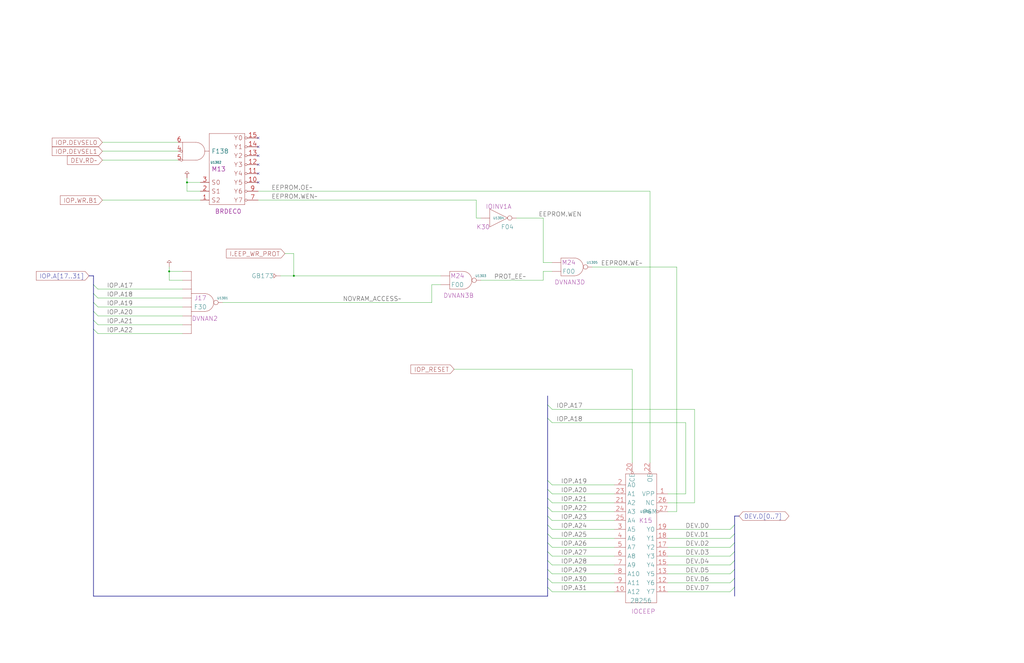
<source format=kicad_sch>
(kicad_sch (version 20250114) (generator "eeschema") (generator_version "9.0")
  (paper "User" 584.2 378.46)
  (title_block (title "DEVICES / BOOT PROMS") (date "22-SEP-90") (rev "2.0") (comment 1 "IOC") (comment 2 "232-003061") (comment 3 "S400") (comment 4 "RELEASED"))
  (lib_symbols
    (symbol "r1000:28256" (pin_names (offset 1.016))
      (property "Reference" "U" (at 2.54 5.08 0))
      (property "Value" "28256" (at -6.35 -45.72 0))
      (property "Location" "___" (at -1.27 0 0))
      (property "Name" "______" (at 1.27 -53.34 0))
      (symbol "28256_1_1"
        (rectangle (start -8.89 26.67) (end 8.89 -46.99))
        (circle (center -5.08 27.305) (radius 0.635))
        (circle (center 5.08 27.305) (radius 0.635))
        (circle (center 9.525 5.08) (radius 0.635))
        (pin input line (at -15.24 20.32 0) (length 6.35) (name "A0") (number "2"))
        (pin input line (at -15.24 15.24 0) (length 6.35) (name "A1") (number "23"))
        (pin input line (at -15.24 10.16 0) (length 6.35) (name "A2") (number "21"))
        (pin input line (at -15.24 5.08 0) (length 6.35) (name "A3") (number "24"))
        (pin input line (at -15.24 0 0) (length 6.35) (name "A4") (number "25"))
        (pin input line (at -15.24 -5.08 0) (length 6.35) (name "A5") (number "3"))
        (pin input line (at -15.24 -10.16 0) (length 6.35) (name "A6") (number "4"))
        (pin input line (at -15.24 -15.24 0) (length 6.35) (name "A7") (number "5"))
        (pin input line (at -15.24 -20.32 0) (length 6.35) (name "A8") (number "6"))
        (pin input line (at -15.24 -25.4 0) (length 6.35) (name "A9") (number "7"))
        (pin input line (at -15.24 -30.48 0) (length 6.35) (name "A10") (number "8"))
        (pin input line (at -15.24 -35.56 0) (length 6.35) (name "A11") (number "9"))
        (pin input line (at -15.24 -40.64 0) (length 6.35) (name "A12") (number "10"))
        (pin input line (at -5.08 33.02 270) (length 5.08) (name "CE") (number "20"))
        (pin input line (at 5.08 33.02 270) (length 5.08) (name "OE") (number "22"))
        (pin input line (at 15.24 15.24 180) (length 6.35) (name "VPP") (number "1"))
        (pin input line (at 15.24 10.16 180) (length 6.35) (name "NC") (number "26"))
        (pin input line (at 15.24 5.08 180) (length 5.08) (name "PGM") (number "27"))
        (pin bidirectional line (at 15.24 -5.08 180) (length 6.35) (name "Y0") (number "19"))
        (pin bidirectional line (at 15.24 -10.16 180) (length 6.35) (name "Y1") (number "18"))
        (pin bidirectional line (at 15.24 -15.24 180) (length 6.35) (name "Y2") (number "17"))
        (pin bidirectional line (at 15.24 -20.32 180) (length 6.35) (name "Y3") (number "16"))
        (pin bidirectional line (at 15.24 -25.4 180) (length 6.35) (name "Y4") (number "15"))
        (pin bidirectional line (at 15.24 -30.48 180) (length 6.35) (name "Y5") (number "13"))
        (pin bidirectional line (at 15.24 -35.56 180) (length 6.35) (name "Y6") (number "12"))
        (pin bidirectional line (at 15.24 -40.64 180) (length 6.35) (name "Y7") (number "11"))
      )
    )
    (symbol "r1000:F00" (pin_numbers (hide yes)) (pin_names (hide yes))
      (property "Reference" "U" (at 15.24 0 0))
      (property "Value" "F00" (at 1.905 -5.08 0))
      (property "Location" "___" (at 1.905 0 0))
      (property "Name" "______" (at 2.54 -12.7 0))
      (symbol "F00_0_1"
        (polyline (pts (xy -2.54 2.54) (xy -2.54 -7.62)) (stroke (width 0.1524)))
        (polyline (pts (xy -2.54 2.54) (xy 5.08 2.54)) (stroke (width 0.1524)))
        (polyline (pts (xy -2.54 -7.62) (xy 5.08 -7.62)) (stroke (width 0.1524)))
        (arc (start 5.08 2.54) (mid 10.1281 -2.54) (end 5.08 -7.62) (stroke (width 0.1524)))
        (circle (center 11.43 -2.54) (radius 1.27) (stroke (width 0.1524)))
      )
      (symbol "F00_0_2"
        (arc (start -3.175 2.54) (mid -2.134 -2.54) (end -3.175 -7.62) (stroke (width 0.1524)))
        (circle (center -3.81 0) (radius 1.27) (stroke (width 0.1524)))
        (circle (center -3.81 -5.08) (radius 1.27) (stroke (width 0.1524)))
        (polyline (pts (xy -3.175 2.54) (xy 3.81 2.54)) (stroke (width 0.1524)))
        (polyline (pts (xy -3.175 -7.62) (xy 3.81 -7.62)) (stroke (width 0.1524)))
        (arc (start 3.81 2.54) (mid 7.5828 0.7472) (end 10.16 -2.54) (stroke (width 0.1524)))
        (arc (start 10.16 -2.54) (mid 7.5855 -5.8306) (end 3.81 -7.62) (stroke (width 0.1524)))
      )
      (symbol "F00_1_1"
        (pin input line (at -7.62 0 0) (length 5.08) (name "D0") (number "1"))
        (pin input line (at -7.62 -5.08 0) (length 5.08) (name "D1") (number "2"))
        (pin output line (at 15.24 -2.54 180) (length 2.54) (name "Q") (number "3"))
      )
      (symbol "F00_1_2"
        (pin input line (at -7.62 0 0) (length 2.54) (name "D0") (number "1"))
        (pin input line (at -7.62 -5.08 0) (length 2.54) (name "D1") (number "2"))
        (pin output line (at 15.24 -2.54 180) (length 5.08) (name "Q") (number "3"))
      )
    )
    (symbol "r1000:F04" (pin_numbers (hide yes)) (pin_names (hide yes))
      (property "Reference" "U" (at 0 0 0))
      (property "Value" "F04" (at 1.27 -5.08 0))
      (property "Location" "___" (at -12.7 -5.08 0))
      (property "Name" "______" (at 0 5.08 0))
      (symbol "F04_0_1"
        (polyline (pts (xy -7.62 0) (xy -5.08 0)) (stroke (width 0.1524)))
        (polyline (pts (xy -5.08 5.08) (xy -5.08 -5.08)) (stroke (width 0.1524)))
        (polyline (pts (xy 5.08 0) (xy -5.08 5.08)) (stroke (width 0.1524)))
        (polyline (pts (xy 5.08 0) (xy -5.08 -5.08)) (stroke (width 0.1524)))
        (circle (center 6.35 0) (radius 1.27) (stroke (width 0.1524)))
      )
      (symbol "F04_1_1"
        (pin input line (at -10.16 0 0) (length 2.54) (name "D0") (number "1"))
        (pin output line (at 10.16 0 180) (length 2.54) (name "Q") (number "2"))
      )
    )
    (symbol "r1000:F138" (pin_names (offset 1.016) (hide yes))
      (property "Reference" "U" (at 1.27 3.81 0))
      (property "Value" "F138" (at -1.27 10.16 0))
      (property "Location" "___" (at -1.27 0 0))
      (property "Name" "______" (at 8.255 -24.13 0))
      (symbol "F138_0_0"
        (polyline (pts (xy -17.78 15.24) (xy -10.16 15.24)) (stroke (width 0.1524)))
        (polyline (pts (xy -17.78 5.08) (xy -10.16 5.08)) (stroke (width 0.1524)))
        (arc (start -10.16 15.24) (mid -6.5679 13.7521) (end -5.08 10.16) (stroke (width 0.1524)))
        (arc (start -5.08 10.16) (mid -6.5679 6.5679) (end -10.16 5.08) (stroke (width 0.1524)))
      )
      (symbol "F138_0_1"
        (polyline (pts (xy -19.05 15.24) (xy -17.78 15.24)) (stroke (width 0.1524)))
        (circle (center -18.415 10.16) (radius 0.635) (stroke (width 0.1524)))
        (circle (center -18.415 5.08) (radius 0.635) (stroke (width 0.1524)))
        (polyline (pts (xy -17.78 15.24) (xy -17.78 5.08)) (stroke (width 0.1524)))
        (rectangle (start -2.54 20.32) (end 17.78 -20.32) (stroke (width 0.1524)))
        (polyline (pts (xy -2.54 10.16) (xy -5.08 10.16)) (stroke (width 0.1524)))
      )
      (symbol "F138_1_1"
        (circle (center 18.415 17.78) (radius 0.635))
        (circle (center 18.415 12.7) (radius 0.635))
        (circle (center 18.415 7.62) (radius 0.635))
        (circle (center 18.415 2.54) (radius 0.635))
        (circle (center 18.415 -2.54) (radius 0.635))
        (circle (center 18.415 -7.62) (radius 0.635))
        (circle (center 18.415 -12.7) (radius 0.635))
        (circle (center 18.415 -17.78) (radius 0.635))
        (text "S" (at 0 -7.62 0) (effects (font (size 2.54 2.54))))
        (text "S" (at 0 -12.7 0) (effects (font (size 2.54 2.54))))
        (text "S" (at 0 -17.78 0) (effects (font (size 2.54 2.54))))
        (text "0" (at 2.54 -7.62 0) (effects (font (size 2.54 2.54))))
        (text "1" (at 2.54 -12.7 0) (effects (font (size 2.54 2.54))))
        (text "2" (at 2.54 -17.78 0) (effects (font (size 2.54 2.54))))
        (text "Y" (at 12.7 17.78 0) (effects (font (size 2.54 2.54))))
        (text "Y" (at 12.7 12.7 0) (effects (font (size 2.54 2.54))))
        (text "Y" (at 12.7 7.62 0) (effects (font (size 2.54 2.54))))
        (text "Y" (at 12.7 2.54 0) (effects (font (size 2.54 2.54))))
        (text "Y" (at 12.7 -2.54 0) (effects (font (size 2.54 2.54))))
        (text "Y" (at 12.7 -7.62 0) (effects (font (size 2.54 2.54))))
        (text "Y" (at 12.7 -12.7 0) (effects (font (size 2.54 2.54))))
        (text "Y" (at 12.7 -17.78 0) (effects (font (size 2.54 2.54))))
        (text "0" (at 15.24 17.78 0) (effects (font (size 2.54 2.54))))
        (text "1" (at 15.24 12.7 0) (effects (font (size 2.54 2.54))))
        (text "2" (at 15.24 7.62 0) (effects (font (size 2.54 2.54))))
        (text "3" (at 15.24 2.54 0) (effects (font (size 2.54 2.54))))
        (text "4" (at 15.24 -2.54 0) (effects (font (size 2.54 2.54))))
        (text "5" (at 15.24 -7.62 0) (effects (font (size 2.54 2.54))))
        (text "6" (at 15.24 -12.7 0) (effects (font (size 2.54 2.54))))
        (text "7" (at 15.24 -17.78 0) (effects (font (size 2.54 2.54))))
        (pin input line (at -20.32 15.24 0) (length 1.27) (name "D0") (number "6"))
        (pin input line (at -20.32 10.16 0) (length 1.27) (name "D1") (number "4"))
        (pin input line (at -20.32 5.08 0) (length 1.27) (name "D2") (number "5"))
        (pin input line (at -7.62 -7.62 0) (length 5.08) (name "S0") (number "3"))
        (pin input line (at -7.62 -12.7 0) (length 5.08) (name "S1") (number "2"))
        (pin input line (at -7.62 -17.78 0) (length 5.08) (name "S2") (number "1"))
        (pin output line (at 25.4 17.78 180) (length 6.35) (name "Y0_") (number "15"))
        (pin output line (at 25.4 12.7 180) (length 6.35) (name "Y1_") (number "14"))
        (pin output line (at 25.4 7.62 180) (length 6.35) (name "Y2_") (number "13"))
        (pin output line (at 25.4 2.54 180) (length 6.35) (name "Y3_") (number "12"))
        (pin output line (at 25.4 -2.54 180) (length 6.35) (name "Y4_") (number "11"))
        (pin output line (at 25.4 -7.62 180) (length 6.35) (name "Y5_") (number "10"))
        (pin output line (at 25.4 -12.7 180) (length 6.35) (name "Y6_") (number "9"))
        (pin output line (at 25.4 -17.78 180) (length 6.35) (name "Y7_") (number "7"))
      )
    )
    (symbol "r1000:F30" (pin_numbers (hide yes)) (pin_names (hide yes))
      (property "Reference" "U" (at 15.24 2.54 0))
      (property "Value" "F30" (at 2.54 -2.54 0))
      (property "Location" "___" (at 2.54 2.54 0))
      (property "Name" "______" (at 5.08 -10.62 0))
      (symbol "F30_0_0"
        (polyline (pts (xy -2.54 5.08) (xy 5.08 5.08)) (stroke (width 0.1524)))
        (polyline (pts (xy -2.54 -5.08) (xy 5.08 -5.08)) (stroke (width 0.1524)))
        (arc (start 5.08 5.08) (mid 8.6721 3.5921) (end 10.16 0) (stroke (width 0.1524)))
        (arc (start 10.16 0) (mid 8.6721 -3.5921) (end 5.08 -5.08) (stroke (width 0.1524)))
        (circle (center 11.43 0) (radius 1.27) (stroke (width 0.1524)))
      )
      (symbol "F30_0_1"
        (polyline (pts (xy -2.54 17.78) (xy -2.54 17.145)) (stroke (width 0.1524)))
        (polyline (pts (xy -2.54 17.145) (xy -2.54 7.62)) (stroke (width 0.1524)))
        (polyline (pts (xy -2.54 7.62) (xy -2.54 5.08)) (stroke (width 0.1524)))
        (polyline (pts (xy -2.54 5.08) (xy -2.54 -5.08)) (stroke (width 0.1524)))
        (polyline (pts (xy -2.54 -5.08) (xy -2.54 -7.62)) (stroke (width 0.1524)))
        (polyline (pts (xy -2.54 -7.62) (xy -2.54 -17.78)) (stroke (width 0.1524)))
      )
      (symbol "F30_1_1"
        (pin input line (at -7.62 17.78 0) (length 5.08) (name "D0") (number "11"))
        (pin input line (at -7.62 12.7 0) (length 5.08) (name "D1") (number "12"))
        (pin input line (at -7.62 7.62 0) (length 5.08) (name "D2") (number "1"))
        (pin input line (at -7.62 2.54 0) (length 5.08) (name "D3") (number "2"))
        (pin input line (at -7.62 -2.54 0) (length 5.08) (name "D4") (number "3"))
        (pin input line (at -7.62 -7.62 0) (length 5.08) (name "D5") (number "4"))
        (pin input line (at -7.62 -12.7 0) (length 5.08) (name "D6") (number "5"))
        (pin input line (at -7.62 -17.78 0) (length 5.08) (name "D7") (number "6"))
        (pin output line (at 15.24 0 180) (length 2.54) (name "Q") (number "8"))
      )
    )
    (symbol "r1000:GB" (pin_numbers (hide yes)) (pin_names (offset 0) (hide yes))
      (property "Reference" "GB" (at 3.81 0 0))
      (symbol "GB_0_1"
        (polyline (pts (xy 2.54 0) (xy 3.81 1.27) (xy 3.81 -1.27) (xy 2.54 0)) (stroke (width 0.1524)))
      )
      (symbol "GB_1_1"
        (pin bidirectional line (at 0 0 0) (length 2.54) (name "") (number "1"))
      )
    )
    (symbol "r1000:PU" (power) (pin_numbers (hide yes)) (pin_names (hide yes))
      (symbol "PU_0_1"
        (polyline (pts (xy 0 2.54) (xy -1.27 2.54) (xy 0 3.81) (xy 1.27 2.54) (xy 0 2.54)) (stroke (width 0.1524)))
      )
      (symbol "PU_1_1"
        (pin power_in line (at 0 0 90) (length 2.54) (name "PU") (number "1"))
      )
    )
  )
  (junction (at 167.64 157.48))
  (junction (at 106.68 104.14))
  (junction (at 96.52 154.94))
  (no_connect (at 147.32 93.98))
  (no_connect (at 147.32 78.74))
  (no_connect (at 147.32 99.06))
  (no_connect (at 147.32 104.14))
  (no_connect (at 147.32 88.9))
  (no_connect (at 147.32 83.82))
  (bus_entry (at 312.42 304.8) (size 2.54 2.54))
  (bus_entry (at 419.1 325.12) (size -2.54 2.54))
  (bus_entry (at 312.42 238.76) (size 2.54 2.54))
  (bus_entry (at 312.42 335.28) (size 2.54 2.54))
  (bus_entry (at 53.34 177.8) (size 2.54 2.54))
  (bus_entry (at 53.34 162.56) (size 2.54 2.54))
  (bus_entry (at 312.42 279.4) (size 2.54 2.54))
  (bus_entry (at 312.42 314.96) (size 2.54 2.54))
  (bus_entry (at 312.42 320.04) (size 2.54 2.54))
  (bus_entry (at 312.42 294.64) (size 2.54 2.54))
  (bus_entry (at 312.42 231.14) (size 2.54 2.54))
  (bus_entry (at 312.42 284.48) (size 2.54 2.54))
  (bus_entry (at 419.1 314.96) (size -2.54 2.54))
  (bus_entry (at 53.34 182.88) (size 2.54 2.54))
  (bus_entry (at 419.1 330.2) (size -2.54 2.54))
  (bus_entry (at 312.42 325.12) (size 2.54 2.54))
  (bus_entry (at 419.1 299.72) (size -2.54 2.54))
  (bus_entry (at 53.34 187.96) (size 2.54 2.54))
  (bus_entry (at 312.42 330.2) (size 2.54 2.54))
  (bus_entry (at 419.1 335.28) (size -2.54 2.54))
  (bus_entry (at 419.1 304.8) (size -2.54 2.54))
  (bus_entry (at 312.42 289.56) (size 2.54 2.54))
  (bus_entry (at 312.42 274.32) (size 2.54 2.54))
  (bus_entry (at 419.1 309.88) (size -2.54 2.54))
  (bus_entry (at 53.34 172.72) (size 2.54 2.54))
  (bus_entry (at 312.42 299.72) (size 2.54 2.54))
  (bus_entry (at 419.1 320.04) (size -2.54 2.54))
  (bus_entry (at 312.42 309.88) (size 2.54 2.54))
  (bus_entry (at 53.34 167.64) (size 2.54 2.54))
  (wire (pts (xy 314.96 312.42) (xy 350.52 312.42)))
  (wire (pts (xy 271.78 114.3) (xy 271.78 124.46)))
  (wire (pts (xy 381 307.34) (xy 416.56 307.34)))
  (wire (pts (xy 396.24 287.02) (xy 381 287.02)))
  (wire (pts (xy 58.42 86.36) (xy 101.6 86.36)))
  (bus (pts (xy 312.42 284.48) (xy 312.42 289.56)))
  (bus (pts (xy 419.1 309.88) (xy 419.1 314.96)))
  (bus (pts (xy 312.42 304.8) (xy 312.42 309.88)))
  (wire (pts (xy 391.16 241.3) (xy 391.16 281.94)))
  (wire (pts (xy 55.88 190.5) (xy 104.14 190.5)))
  (wire (pts (xy 314.96 233.68) (xy 396.24 233.68)))
  (wire (pts (xy 386.08 152.4) (xy 337.82 152.4)))
  (wire (pts (xy 381 292.1) (xy 386.08 292.1)))
  (bus (pts (xy 312.42 314.96) (xy 312.42 320.04)))
  (wire (pts (xy 314.96 287.02) (xy 350.52 287.02)))
  (bus (pts (xy 312.42 330.2) (xy 312.42 335.28)))
  (wire (pts (xy 58.42 81.28) (xy 101.6 81.28)))
  (wire (pts (xy 381 337.82) (xy 416.56 337.82)))
  (bus (pts (xy 419.1 335.28) (xy 419.1 340.36)))
  (wire (pts (xy 391.16 281.94) (xy 381 281.94)))
  (wire (pts (xy 314.96 327.66) (xy 350.52 327.66)))
  (wire (pts (xy 381 312.42) (xy 416.56 312.42)))
  (wire (pts (xy 309.88 160.02) (xy 309.88 154.94)))
  (bus (pts (xy 53.34 172.72) (xy 53.34 177.8)))
  (bus (pts (xy 419.1 320.04) (xy 419.1 325.12)))
  (wire (pts (xy 106.68 109.22) (xy 106.68 104.14)))
  (wire (pts (xy 274.32 160.02) (xy 309.88 160.02)))
  (wire (pts (xy 386.08 292.1) (xy 386.08 152.4)))
  (wire (pts (xy 314.96 297.18) (xy 350.52 297.18)))
  (wire (pts (xy 381 302.26) (xy 416.56 302.26)))
  (bus (pts (xy 419.1 294.64) (xy 421.64 294.64)))
  (bus (pts (xy 312.42 289.56) (xy 312.42 294.64)))
  (wire (pts (xy 114.3 109.22) (xy 106.68 109.22)))
  (wire (pts (xy 104.14 160.02) (xy 96.52 160.02)))
  (wire (pts (xy 106.68 104.14) (xy 106.68 101.6)))
  (wire (pts (xy 314.96 281.94) (xy 350.52 281.94)))
  (wire (pts (xy 381 327.66) (xy 416.56 327.66)))
  (wire (pts (xy 259.08 210.82) (xy 360.68 210.82)))
  (bus (pts (xy 312.42 335.28) (xy 312.42 340.36)))
  (wire (pts (xy 271.78 124.46) (xy 274.32 124.46)))
  (wire (pts (xy 147.32 109.22) (xy 370.84 109.22)))
  (wire (pts (xy 167.64 157.48) (xy 160.02 157.48)))
  (bus (pts (xy 312.42 325.12) (xy 312.42 330.2)))
  (wire (pts (xy 96.52 160.02) (xy 96.52 154.94)))
  (bus (pts (xy 419.1 299.72) (xy 419.1 304.8)))
  (wire (pts (xy 360.68 210.82) (xy 360.68 264.16)))
  (bus (pts (xy 53.34 182.88) (xy 53.34 187.96)))
  (wire (pts (xy 246.38 162.56) (xy 251.46 162.56)))
  (bus (pts (xy 419.1 330.2) (xy 419.1 335.28)))
  (wire (pts (xy 314.96 302.26) (xy 350.52 302.26)))
  (wire (pts (xy 314.96 307.34) (xy 350.52 307.34)))
  (wire (pts (xy 381 322.58) (xy 416.56 322.58)))
  (wire (pts (xy 381 317.5) (xy 416.56 317.5)))
  (wire (pts (xy 294.64 124.46) (xy 309.88 124.46)))
  (bus (pts (xy 419.1 314.96) (xy 419.1 320.04)))
  (bus (pts (xy 312.42 309.88) (xy 312.42 314.96)))
  (wire (pts (xy 58.42 91.44) (xy 101.6 91.44)))
  (wire (pts (xy 314.96 337.82) (xy 350.52 337.82)))
  (wire (pts (xy 167.64 157.48) (xy 251.46 157.48)))
  (wire (pts (xy 147.32 114.3) (xy 271.78 114.3)))
  (wire (pts (xy 314.96 332.74) (xy 350.52 332.74)))
  (wire (pts (xy 96.52 154.94) (xy 104.14 154.94)))
  (bus (pts (xy 419.1 304.8) (xy 419.1 309.88)))
  (wire (pts (xy 55.88 165.1) (xy 104.14 165.1)))
  (wire (pts (xy 162.56 144.78) (xy 167.64 144.78)))
  (wire (pts (xy 314.96 241.3) (xy 391.16 241.3)))
  (wire (pts (xy 55.88 180.34) (xy 104.14 180.34)))
  (bus (pts (xy 53.34 157.48) (xy 53.34 162.56)))
  (bus (pts (xy 312.42 231.14) (xy 312.42 238.76)))
  (wire (pts (xy 309.88 149.86) (xy 314.96 149.86)))
  (wire (pts (xy 127 172.72) (xy 246.38 172.72)))
  (bus (pts (xy 312.42 238.76) (xy 312.42 274.32)))
  (wire (pts (xy 314.96 322.58) (xy 350.52 322.58)))
  (wire (pts (xy 381 332.74) (xy 416.56 332.74)))
  (wire (pts (xy 167.64 144.78) (xy 167.64 157.48)))
  (wire (pts (xy 314.96 276.86) (xy 350.52 276.86)))
  (wire (pts (xy 55.88 185.42) (xy 104.14 185.42)))
  (wire (pts (xy 314.96 317.5) (xy 350.52 317.5)))
  (wire (pts (xy 314.96 292.1) (xy 350.52 292.1)))
  (wire (pts (xy 309.88 154.94) (xy 314.96 154.94)))
  (wire (pts (xy 370.84 109.22) (xy 370.84 264.16)))
  (bus (pts (xy 312.42 274.32) (xy 312.42 279.4)))
  (wire (pts (xy 396.24 233.68) (xy 396.24 287.02)))
  (bus (pts (xy 419.1 325.12) (xy 419.1 330.2)))
  (bus (pts (xy 312.42 226.06) (xy 312.42 231.14)))
  (bus (pts (xy 312.42 340.36) (xy 53.34 340.36)))
  (bus (pts (xy 50.8 157.48) (xy 53.34 157.48)))
  (bus (pts (xy 312.42 320.04) (xy 312.42 325.12)))
  (bus (pts (xy 312.42 299.72) (xy 312.42 304.8)))
  (bus (pts (xy 53.34 177.8) (xy 53.34 182.88)))
  (wire (pts (xy 246.38 172.72) (xy 246.38 162.56)))
  (wire (pts (xy 55.88 170.18) (xy 104.14 170.18)))
  (wire (pts (xy 309.88 124.46) (xy 309.88 149.86)))
  (bus (pts (xy 312.42 279.4) (xy 312.42 284.48)))
  (wire (pts (xy 55.88 175.26) (xy 104.14 175.26)))
  (bus (pts (xy 53.34 187.96) (xy 53.34 340.36)))
  (wire (pts (xy 96.52 154.94) (xy 96.52 152.4)))
  (bus (pts (xy 419.1 294.64) (xy 419.1 299.72)))
  (bus (pts (xy 53.34 167.64) (xy 53.34 172.72)))
  (bus (pts (xy 53.34 162.56) (xy 53.34 167.64)))
  (wire (pts (xy 58.42 114.3) (xy 114.3 114.3)))
  (wire (pts (xy 106.68 104.14) (xy 114.3 104.14)))
  (bus (pts (xy 312.42 294.64) (xy 312.42 299.72)))
  (label "IOP.A27" (at 320.04 317.5 0) (effects (font (size 2.54 2.54))))
  (label "IOP.A19" (at 320.04 276.86 0) (effects (font (size 2.54 2.54))))
  (label "IOP.A23" (at 320.04 297.18 0) (effects (font (size 2.54 2.54))))
  (label "IOP.A29" (at 320.04 327.66 0) (effects (font (size 2.54 2.54))))
  (label "IOP.A22" (at 320.04 292.1 0) (effects (font (size 2.54 2.54))))
  (label "IOP.A19" (at 60.96 175.26 0) (effects (font (size 2.54 2.54))))
  (label "NOVRAM_ACCESS~" (at 195.58 172.72 0) (effects (font (size 2.54 2.54))))
  (label "IOP.A30" (at 320.04 332.74 0) (effects (font (size 2.54 2.54))))
  (label "IOP.A21" (at 320.04 287.02 0) (effects (font (size 2.54 2.54))))
  (label "IOP.A31" (at 320.04 337.82 0) (effects (font (size 2.54 2.54))))
  (label "IOP.A20" (at 320.04 281.94 0) (effects (font (size 2.54 2.54))))
  (label "EEPROM.WEN" (at 307.34 124.46 0) (effects (font (size 2.54 2.54))))
  (label "DEV.D1" (at 391.16 307.34 0) (effects (font (size 2.54 2.54))))
  (label "IOP.A22" (at 60.96 190.5 0) (effects (font (size 2.54 2.54))))
  (label "EEPROM.OE~" (at 154.94 109.22 0) (effects (font (size 2.54 2.54))))
  (label "IOP.A26" (at 320.04 312.42 0) (effects (font (size 2.54 2.54))))
  (label "IOP.A28" (at 320.04 322.58 0) (effects (font (size 2.54 2.54))))
  (label "DEV.D5" (at 391.16 327.66 0) (effects (font (size 2.54 2.54))))
  (label "DEV.D7" (at 391.16 337.82 0) (effects (font (size 2.54 2.54))))
  (label "IOP.A25" (at 320.04 307.34 0) (effects (font (size 2.54 2.54))))
  (label "IOP.A17" (at 317.5 233.68 0) (effects (font (size 2.54 2.54))))
  (label "IOP.A17" (at 60.96 165.1 0) (effects (font (size 2.54 2.54))))
  (label "IOP.A24" (at 320.04 302.26 0) (effects (font (size 2.54 2.54))))
  (label "EEPROM.WE~" (at 342.9 152.4 0) (effects (font (size 2.54 2.54))))
  (label "IOP.A18" (at 317.5 241.3 0) (effects (font (size 2.54 2.54))))
  (label "DEV.D6" (at 391.16 332.74 0) (effects (font (size 2.54 2.54))))
  (label "IOP.A18" (at 60.96 170.18 0) (effects (font (size 2.54 2.54))))
  (label "IOP.A21" (at 60.96 185.42 0) (effects (font (size 2.54 2.54))))
  (label "DEV.D4" (at 391.16 322.58 0) (effects (font (size 2.54 2.54))))
  (label "EEPROM.WEN~" (at 154.94 114.3 0) (effects (font (size 2.54 2.54))))
  (label "PROT_EE~" (at 281.94 160.02 0) (effects (font (size 2.54 2.54))))
  (label "DEV.D0" (at 391.16 302.26 0) (effects (font (size 2.54 2.54))))
  (label "DEV.D2" (at 391.16 312.42 0) (effects (font (size 2.54 2.54))))
  (label "IOP.A20" (at 60.96 180.34 0) (effects (font (size 2.54 2.54))))
  (label "DEV.D3" (at 391.16 317.5 0) (effects (font (size 2.54 2.54))))
  (global_label "IOP.DEVSEL0" (shape input) (at 58.42 81.28 180) (effects (font (size 2.54 2.54))) (property "Intersheetrefs" "${INTERSHEET_REFS}" (at 29.3854 81.1213 0) (effects (font (size 1.905 1.905)) (justify right))))
  (global_label "IOP.DEVSEL1" (shape input) (at 58.42 86.36 180) (effects (font (size 2.54 2.54))) (property "Intersheetrefs" "${INTERSHEET_REFS}" (at 29.3854 86.2013 0) (effects (font (size 1.905 1.905)) (justify right))))
  (global_label "IOP.WR.B1" (shape input) (at 58.42 114.3 180) (effects (font (size 2.54 2.54))) (property "Intersheetrefs" "${INTERSHEET_REFS}" (at 33.9816 114.1413 0) (effects (font (size 1.905 1.905)) (justify right))))
  (global_label "I.EEP_WR_PROT" (shape input) (at 162.56 144.78 180) (effects (font (size 2.54 2.54))) (property "Intersheetrefs" "${INTERSHEET_REFS}" (at 128.8082 144.6213 0) (effects (font (size 1.905 1.905)) (justify right))))
  (global_label "IOP_RESET" (shape input) (at 259.08 210.82 180) (effects (font (size 2.54 2.54))) (property "Intersheetrefs" "${INTERSHEET_REFS}" (at 234.0368 210.6613 0) (effects (font (size 1.905 1.905)) (justify right))))
  (global_label "DEV.D[0..7]" (shape bidirectional) (at 421.64 294.64 0) (effects (font (size 2.54 2.54))) (property "Intersheetrefs" "${INTERSHEET_REFS}" (at 448.2556 294.4813 0) (effects (font (size 1.905 1.905)) (justify left))))
  (global_label "DEV.RD~" (shape input) (at 58.42 91.44 180) (effects (font (size 2.54 2.54))) (property "Intersheetrefs" "${INTERSHEET_REFS}" (at 38.094 91.2813 0) (effects (font (size 1.905 1.905)) (justify right))))
  (global_label "IOP.A[17..31]" (shape input) (at 50.8 157.48 180) (effects (font (size 2.54 2.54))) (property "Intersheetrefs" "${INTERSHEET_REFS}" (at 20.314 157.3213 0) (effects (font (size 1.905 1.905)) (justify right))))
  (symbol (lib_id "r1000:F00") (at 322.58 149.86 0) (unit 1)
    (property "Reference" "U1305" (at 337.82 149.86 0))
    (property "Value" "F00" (at 324.485 154.94 0) (effects (font (size 2.54 2.54))))
    (property "Location" "M24" (at 324.485 149.86 0) (effects (font (size 2.54 2.54))))
    (property "Name" "DVNAN3D" (at 325.12 162.56 0) (effects (font (size 2.54 2.54)) (justify bottom)))
  )
  (symbol (lib_id "r1000:F04") (at 284.48 124.46 0) (unit 1)
    (property "Reference" "U1304" (at 284.48 124.46 0))
    (property "Value" "F04" (at 285.75 129.54 0) (effects (font (size 2.54 2.54)) (justify left)))
    (property "Location" "K30" (at 271.78 129.54 0) (effects (font (size 2.54 2.54)) (justify left)))
    (property "Name" "IOINV1A" (at 284.48 119.38 0) (effects (font (size 2.54 2.54)) (justify bottom)))
  )
  (symbol (lib_id "r1000:F30") (at 111.76 172.72 0) (unit 1)
    (property "Reference" "U1301" (at 127 170.18 0))
    (property "Value" "F30" (at 114.3 175.26 0) (effects (font (size 2.54 2.54))))
    (property "Location" "J17" (at 114.3 170.18 0) (effects (font (size 2.54 2.54))))
    (property "Name" "DVNAN2" (at 116.84 183.34 0) (effects (font (size 2.54 2.54)) (justify bottom)))
  )
  (symbol (lib_id "r1000:GB") (at 160.02 157.48 0) (mirror y) (unit 1)
    (property "Reference" "GB173" (at 156.21 157.48 0) (effects (font (size 2.54 2.54)) (justify left)))
    (property "Value" "GB" (effects (hide yes)))
  )
  (symbol (lib_id "r1000:F138") (at 121.92 96.52 0) (unit 1)
    (property "Reference" "U1302" (at 123.19 92.71 0))
    (property "Value" "F138" (at 120.65 86.36 0) (effects (font (size 2.54 2.54)) (justify left)))
    (property "Location" "M13" (at 120.65 96.52 0) (effects (font (size 2.54 2.54)) (justify left)))
    (property "Name" "BRDEC0" (at 130.175 120.65 0) (effects (font (size 2.54 2.54))))
  )
  (symbol (lib_id "r1000:F00") (at 259.08 157.48 0) (unit 1)
    (property "Reference" "U1303" (at 274.32 157.48 0))
    (property "Value" "F00" (at 260.985 162.56 0) (effects (font (size 2.54 2.54))))
    (property "Location" "M24" (at 260.985 157.48 0) (effects (font (size 2.54 2.54))))
    (property "Name" "DVNAN3B" (at 261.62 170.18 0) (effects (font (size 2.54 2.54)) (justify bottom)))
  )
  (symbol (lib_id "r1000:PU") (at 106.68 101.6 0) (unit 1)
    (property "Reference" "#PWR01302" (effects (hide yes)))
    (property "Value" "PU" (effects (hide yes)))
  )
  (symbol (lib_id "r1000:28256") (at 365.76 297.18 0) (unit 1)
    (property "Reference" "U1306" (at 368.3 292.1 0))
    (property "Value" "28256" (at 359.41 342.9 0) (effects (font (size 2.54 2.54)) (justify left)))
    (property "Location" "K15" (at 364.49 297.18 0) (effects (font (size 2.54 2.54)) (justify left)))
    (property "Name" "IOCEEP" (at 367.03 350.52 0) (effects (font (size 2.54 2.54)) (justify bottom)))
  )
  (symbol (lib_id "r1000:PU") (at 96.52 152.4 0) (unit 1)
    (property "Reference" "#PWR01301" (effects (hide yes)))
    (property "Value" "PU" (effects (hide yes)))
  )
)
</source>
